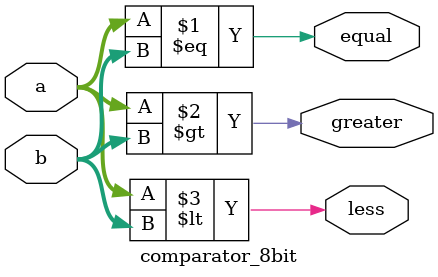
<source format=sv>

module comparator_8bit (
    input  logic [7:0] a,
    input  logic [7:0] b,
    output logic       equal,
    output logic       greater,
    output logic       less
);
    assign equal   = (a == b);
    assign greater = (a > b);
    assign less    = (a < b);
endmodule
</source>
